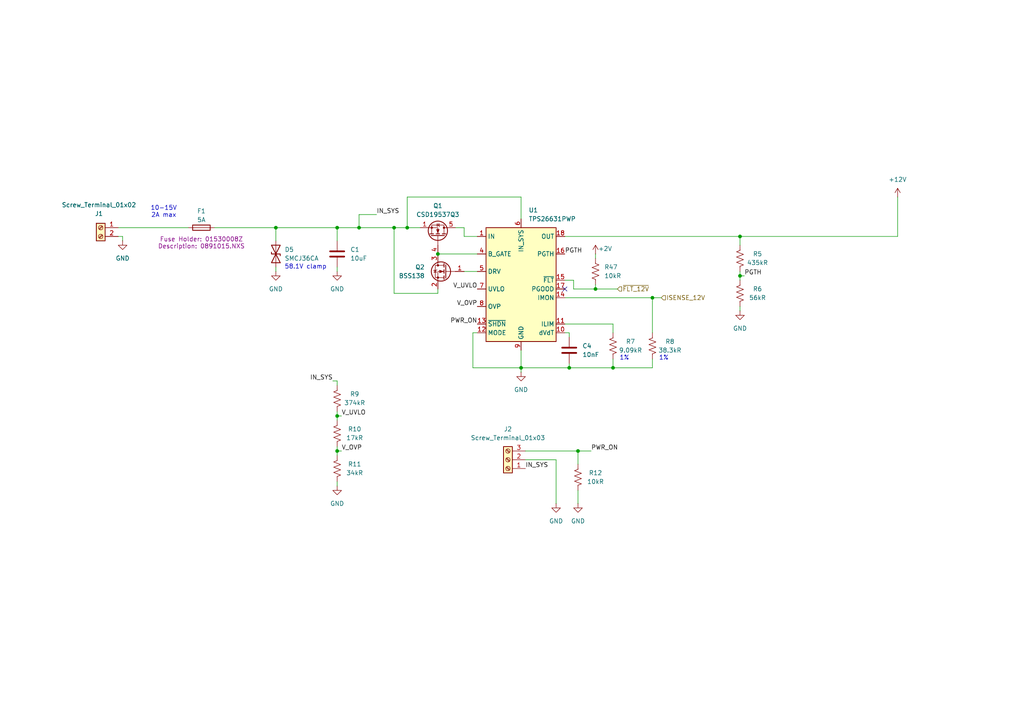
<source format=kicad_sch>
(kicad_sch (version 20231120) (generator "eeschema") (generator_version "8.0")
  (paper "A4")
  (lib_symbols
    (symbol "Connector:Screw_Terminal_01x02" (pin_names (offset 1.016) hide)
      (property "Reference" "J" (at 0 2.54 0))
      (property "Value" "Screw_Terminal_01x02" (at 0 -5.08 0))
      (symbol "Screw_Terminal_01x02_1_1"
        (rectangle (start -1.27 1.27) (end 1.27 -3.81) (stroke (width 0.254)) (fill (type background)))
        (circle (center 0 -2.54) (radius 0.635) (stroke (width 0.1524)))
        (polyline (pts (xy -0.5334 -2.2098) (xy 0.3302 -3.048)) (stroke (width 0.1524)))
        (polyline (pts (xy -0.5334 0.3302) (xy 0.3302 -0.508)) (stroke (width 0.1524)))
        (polyline (pts (xy -0.3556 -2.032) (xy 0.508 -2.8702)) (stroke (width 0.1524)))
        (polyline (pts (xy -0.3556 0.508) (xy 0.508 -0.3302)) (stroke (width 0.1524)))
        (circle (center 0 0) (radius 0.635) (stroke (width 0.1524)))
        (pin passive line (at -5.08 0 0) (length 3.81) (name "Pin_1") (number "1"))
        (pin passive line (at -5.08 -2.54 0) (length 3.81) (name "Pin_2") (number "2"))
      )
    )
    (symbol "Connector:Screw_Terminal_01x03" (pin_names (offset 1.016) hide)
      (property "Reference" "J" (at 0 5.08 0))
      (property "Value" "Screw_Terminal_01x03" (at 0 -5.08 0))
      (symbol "Screw_Terminal_01x03_1_1"
        (rectangle (start -1.27 3.81) (end 1.27 -3.81) (stroke (width 0.254)) (fill (type background)))
        (circle (center 0 -2.54) (radius 0.635) (stroke (width 0.1524)))
        (polyline (pts (xy -0.5334 -2.2098) (xy 0.3302 -3.048)) (stroke (width 0.1524)))
        (polyline (pts (xy -0.5334 0.3302) (xy 0.3302 -0.508)) (stroke (width 0.1524)))
        (polyline (pts (xy -0.5334 2.8702) (xy 0.3302 2.032)) (stroke (width 0.1524)))
        (polyline (pts (xy -0.3556 -2.032) (xy 0.508 -2.8702)) (stroke (width 0.1524)))
        (polyline (pts (xy -0.3556 0.508) (xy 0.508 -0.3302)) (stroke (width 0.1524)))
        (polyline (pts (xy -0.3556 3.048) (xy 0.508 2.2098)) (stroke (width 0.1524)))
        (circle (center 0 0) (radius 0.635) (stroke (width 0.1524)))
        (circle (center 0 2.54) (radius 0.635) (stroke (width 0.1524)))
        (pin passive line (at -5.08 2.54 0) (length 3.81) (name "Pin_1") (number "1"))
        (pin passive line (at -5.08 0 0) (length 3.81) (name "Pin_2") (number "2"))
        (pin passive line (at -5.08 -2.54 0) (length 3.81) (name "Pin_3") (number "3"))
      )
    )
    (symbol "Device:C" (pin_numbers hide) (pin_names (offset 0.254))
      (property "Reference" "C" (at 0.635 2.54 0))
      (property "Value" "C" (at 0.635 -2.54 0))
      (symbol "C_0_1"
        (polyline (pts (xy -2.032 -0.762) (xy 2.032 -0.762)) (stroke (width 0.508)))
        (polyline (pts (xy -2.032 0.762) (xy 2.032 0.762)) (stroke (width 0.508)))
      )
      (symbol "C_1_1"
        (pin passive line (at 0 3.81 270) (length 2.794) (name "~") (number "1"))
        (pin passive line (at 0 -3.81 90) (length 2.794) (name "~") (number "2"))
      )
    )
    (symbol "Device:Fuse" (pin_numbers hide) (pin_names (offset 0))
      (property "Reference" "F" (at 2.032 0 90))
      (property "Value" "Fuse" (at -1.905 0 90))
      (symbol "Fuse_0_1"
        (rectangle (start -0.762 -2.54) (end 0.762 2.54) (stroke (width 0.254)))
        (polyline (pts (xy 0 2.54) (xy 0 -2.54)))
      )
      (symbol "Fuse_1_1"
        (pin passive line (at 0 3.81 270) (length 1.27) (name "~") (number "1"))
        (pin passive line (at 0 -3.81 90) (length 1.27) (name "~") (number "2"))
      )
    )
    (symbol "Device:R_US" (pin_numbers hide) (pin_names (offset 0))
      (property "Reference" "R" (at 2.54 0 90))
      (property "Value" "R_US" (at -2.54 0 90))
      (symbol "R_US_0_1"
        (polyline (pts (xy 0 -2.286) (xy 0 -2.54)))
        (polyline (pts (xy 0 2.286) (xy 0 2.54)))
        (polyline (pts (xy 0 -0.762) (xy 1.016 -1.143) (xy 0 -1.524) (xy -1.016 -1.905) (xy 0 -2.286)))
        (polyline (pts (xy 0 0.762) (xy 1.016 0.381) (xy 0 0) (xy -1.016 -0.381) (xy 0 -0.762)))
        (polyline (pts (xy 0 2.286) (xy 1.016 1.905) (xy 0 1.524) (xy -1.016 1.143) (xy 0 0.762)))
      )
      (symbol "R_US_1_1"
        (pin passive line (at 0 3.81 270) (length 1.27) (name "~") (number "1"))
        (pin passive line (at 0 -3.81 90) (length 1.27) (name "~") (number "2"))
      )
    )
    (symbol "Diode:1.5SMCxxCA" (pin_numbers hide) (pin_names (offset 1.016) hide)
      (property "Reference" "D" (at 0 2.54 0))
      (property "Value" "1.5SMCxxCA" (at 0 -2.54 0))
      (symbol "1.5SMCxxCA_0_1"
        (polyline (pts (xy 1.27 0) (xy -1.27 0)))
        (polyline (pts (xy -2.54 -1.27) (xy 0 0) (xy -2.54 1.27) (xy -2.54 -1.27)) (stroke (width 0.254)))
        (polyline (pts (xy 0.508 1.27) (xy 0 1.27) (xy 0 -1.27) (xy -0.508 -1.27)) (stroke (width 0.254)))
        (polyline (pts (xy 2.54 1.27) (xy 2.54 -1.27) (xy 0 0) (xy 2.54 1.27)) (stroke (width 0.254)))
      )
      (symbol "1.5SMCxxCA_1_1"
        (pin passive line (at -3.81 0 0) (length 2.54) (name "A1") (number "1"))
        (pin passive line (at 3.81 0 180) (length 2.54) (name "A2") (number "2"))
      )
    )
    (symbol "Power_Management:TPS26631PWP"
      (property "Reference" "U" (at -8.89 16.51 0))
      (property "Value" "TPS26631PWP" (at 7.62 16.51 0))
      (symbol "TPS26631PWP_0_1"
        (rectangle (start -10.16 15.24) (end 10.16 -17.78) (stroke (width 0.254)) (fill (type background)))
      )
      (symbol "TPS26631PWP_1_1"
        (pin power_in line (at -12.7 12.7 0) (length 2.54) (name "IN") (number "1"))
        (pin passive line (at 12.7 -15.24 180) (length 2.54) (name "dVdT") (number "10"))
        (pin passive line (at 12.7 -12.7 180) (length 2.54) (name "ILIM") (number "11"))
        (pin input line (at -12.7 -15.24 0) (length 2.54) (name "MODE") (number "12"))
        (pin input line (at -12.7 -12.7 0) (length 2.54) (name "~{SHDN}") (number "13"))
        (pin output line (at 12.7 -5.08 180) (length 2.54) (name "IMON") (number "14"))
        (pin open_collector line (at 12.7 0 180) (length 2.54) (name "~{FLT}") (number "15"))
        (pin input line (at 12.7 7.62 180) (length 2.54) (name "PGTH") (number "16"))
        (pin output line (at 12.7 -2.54 180) (length 2.54) (name "PGOOD") (number "17"))
        (pin power_out line (at 12.7 12.7 180) (length 2.54) (name "OUT") (number "18"))
        (pin passive line (at 12.7 12.7 180) (length 2.54) hide (name "OUT") (number "19"))
        (pin passive line (at -12.7 12.7 0) (length 2.54) hide (name "IN") (number "2"))
        (pin passive line (at 12.7 12.7 180) (length 2.54) hide (name "OUT") (number "20"))
        (pin passive line (at 0 -20.32 90) (length 2.54) hide (name "GND") (number "21"))
        (pin passive line (at -12.7 12.7 0) (length 2.54) hide (name "IN") (number "3"))
        (pin output line (at -12.7 7.62 0) (length 2.54) (name "B_GATE") (number "4"))
        (pin output line (at -12.7 2.54 0) (length 2.54) (name "DRV") (number "5"))
        (pin power_in line (at 0 17.78 270) (length 2.54) (name "IN_SYS") (number "6"))
        (pin input line (at -12.7 -2.54 0) (length 2.54) (name "UVLO") (number "7"))
        (pin input line (at -12.7 -7.62 0) (length 2.54) (name "OVP") (number "8"))
        (pin power_in line (at 0 -20.32 90) (length 2.54) (name "GND") (number "9"))
      )
    )
    (symbol "Transistor_FET:BSS138" (pin_names hide)
      (property "Reference" "Q" (at 5.08 1.905 0))
      (property "Value" "BSS138" (at 5.08 0 0))
      (symbol "BSS138_0_1"
        (polyline (pts (xy 0.254 0) (xy -2.54 0)))
        (polyline (pts (xy 0.254 1.905) (xy 0.254 -1.905)) (stroke (width 0.254)))
        (polyline (pts (xy 0.762 -1.27) (xy 0.762 -2.286)) (stroke (width 0.254)))
        (polyline (pts (xy 0.762 0.508) (xy 0.762 -0.508)) (stroke (width 0.254)))
        (polyline (pts (xy 0.762 2.286) (xy 0.762 1.27)) (stroke (width 0.254)))
        (polyline (pts (xy 2.54 2.54) (xy 2.54 1.778)))
        (polyline (pts (xy 2.54 -2.54) (xy 2.54 0) (xy 0.762 0)))
        (polyline (pts (xy 0.762 -1.778) (xy 3.302 -1.778) (xy 3.302 1.778) (xy 0.762 1.778)))
        (polyline (pts (xy 1.016 0) (xy 2.032 0.381) (xy 2.032 -0.381) (xy 1.016 0)) (fill (type outline)))
        (polyline (pts (xy 2.794 0.508) (xy 2.921 0.381) (xy 3.683 0.381) (xy 3.81 0.254)))
        (polyline (pts (xy 3.302 0.381) (xy 2.921 -0.254) (xy 3.683 -0.254) (xy 3.302 0.381)))
        (circle (center 1.651 0) (radius 2.794) (stroke (width 0.254)))
        (circle (center 2.54 -1.778) (radius 0.254) (fill (type outline)))
        (circle (center 2.54 1.778) (radius 0.254) (fill (type outline)))
      )
      (symbol "BSS138_1_1"
        (pin input line (at -5.08 0 0) (length 2.54) (name "G") (number "1"))
        (pin passive line (at 2.54 -5.08 90) (length 2.54) (name "S") (number "2"))
        (pin passive line (at 2.54 5.08 270) (length 2.54) (name "D") (number "3"))
      )
    )
    (symbol "Transistor_FET:CSD19537Q3" (pin_names hide)
      (property "Reference" "Q" (at 5.08 1.905 0))
      (property "Value" "CSD19537Q3" (at 5.08 0 0))
      (symbol "CSD19537Q3_0_1"
        (polyline (pts (xy 0.254 0) (xy -2.54 0)))
        (polyline (pts (xy 0.254 1.905) (xy 0.254 -1.905)) (stroke (width 0.254)))
        (polyline (pts (xy 0.762 -1.27) (xy 0.762 -2.286)) (stroke (width 0.254)))
        (polyline (pts (xy 0.762 0.508) (xy 0.762 -0.508)) (stroke (width 0.254)))
        (polyline (pts (xy 0.762 2.286) (xy 0.762 1.27)) (stroke (width 0.254)))
        (polyline (pts (xy 2.54 2.54) (xy 2.54 1.778)))
        (polyline (pts (xy 2.54 -2.54) (xy 2.54 0) (xy 0.762 0)))
        (polyline (pts (xy 0.762 -1.778) (xy 3.302 -1.778) (xy 3.302 1.778) (xy 0.762 1.778)))
        (polyline (pts (xy 1.016 0) (xy 2.032 0.381) (xy 2.032 -0.381) (xy 1.016 0)) (fill (type outline)))
        (polyline (pts (xy 2.794 0.508) (xy 2.921 0.381) (xy 3.683 0.381) (xy 3.81 0.254)))
        (polyline (pts (xy 3.302 0.381) (xy 2.921 -0.254) (xy 3.683 -0.254) (xy 3.302 0.381)))
        (circle (center 1.651 0) (radius 2.794) (stroke (width 0.254)))
        (circle (center 2.54 -1.778) (radius 0.254) (fill (type outline)))
        (circle (center 2.54 1.778) (radius 0.254) (fill (type outline)))
      )
      (symbol "CSD19537Q3_1_1"
        (pin passive line (at 2.54 -5.08 90) (length 2.54) (name "S") (number "1"))
        (pin passive line (at 2.54 -5.08 90) (length 2.54) hide (name "S") (number "2"))
        (pin passive line (at 2.54 -5.08 90) (length 2.54) hide (name "S") (number "3"))
        (pin passive line (at -5.08 0 0) (length 2.54) (name "G") (number "4"))
        (pin passive line (at 2.54 5.08 270) (length 2.54) (name "D") (number "5"))
      )
    )
    (symbol "input_board:+2V" (power) (pin_numbers hide) (pin_names (offset 0) hide)
      (property "Value" "+2V" (at 0 3.556 0))
      (symbol "+2V_0_1"
        (polyline (pts (xy -0.762 1.27) (xy 0 2.54)))
        (polyline (pts (xy 0 0) (xy 0 2.54)))
        (polyline (pts (xy 0 2.54) (xy 0.762 1.27)))
      )
      (symbol "+2V_1_1"
        (pin power_in line (at 0 0 90) (length 0) (name "~") (number "1"))
      )
    )
    (symbol "power:+12V" (power) (pin_numbers hide) (pin_names (offset 0) hide)
      (property "Value" "+12V" (at 0 3.556 0))
      (symbol "+12V_0_1"
        (polyline (pts (xy -0.762 1.27) (xy 0 2.54)))
        (polyline (pts (xy 0 0) (xy 0 2.54)))
        (polyline (pts (xy 0 2.54) (xy 0.762 1.27)))
      )
      (symbol "+12V_1_1"
        (pin power_in line (at 0 0 90) (length 0) (name "~") (number "1"))
      )
    )
    (symbol "power:GND" (power) (pin_numbers hide) (pin_names (offset 0) hide)
      (property "Value" "GND" (at 0 -3.81 0))
      (symbol "GND_0_1"
        (polyline (pts (xy 0 0) (xy 0 -1.27) (xy 1.27 -1.27) (xy 0 -2.54) (xy -1.27 -1.27) (xy 0 -1.27)))
      )
      (symbol "GND_1_1"
        (pin power_in line (at 0 0 270) (length 0) (name "~") (number "1"))
      )
    )
  )
  (junction (at 97.79 120.65))
  (junction (at 214.63 68.58))
  (junction (at 214.63 80.01))
  (junction (at 172.72 83.82))
  (junction (at 127 73.66))
  (junction (at 167.64 130.81))
  (junction (at 177.8 106.68))
  (junction (at 97.79 66.04))
  (junction (at 114.3 66.04))
  (junction (at 189.23 86.36))
  (junction (at 80.01 66.04))
  (junction (at 97.79 130.81))
  (junction (at 151.13 106.68))
  (junction (at 104.14 66.04))
  (junction (at 165.1 106.68))
  (junction (at 118.11 66.04))
  (no_connect (at 163.83 83.82))
  (wire (pts (xy 97.79 120.65) (xy 99.06 120.65)))
  (wire (pts (xy 80.01 66.04) (xy 80.01 69.85)))
  (wire (pts (xy 163.83 68.58) (xy 214.63 68.58)))
  (wire (pts (xy 118.11 66.04) (xy 121.92 66.04)))
  (wire (pts (xy 163.83 86.36) (xy 189.23 86.36)))
  (wire (pts (xy 177.8 93.98) (xy 177.8 96.52)))
  (wire (pts (xy 189.23 104.14) (xy 189.23 106.68)))
  (wire (pts (xy 132.08 66.04) (xy 134.62 66.04)))
  (wire (pts (xy 189.23 86.36) (xy 191.77 86.36)))
  (wire (pts (xy 114.3 85.09) (xy 114.3 66.04)))
  (wire (pts (xy 189.23 86.36) (xy 189.23 96.52)))
  (wire (pts (xy 97.79 129.54) (xy 97.79 130.81)))
  (wire (pts (xy 167.64 142.24) (xy 167.64 146.05)))
  (wire (pts (xy 118.11 57.15) (xy 118.11 66.04)))
  (wire (pts (xy 151.13 63.5) (xy 151.13 57.15)))
  (wire (pts (xy 97.79 66.04) (xy 104.14 66.04)))
  (wire (pts (xy 97.79 77.47) (xy 97.79 78.74)))
  (wire (pts (xy 151.13 101.6) (xy 151.13 106.68)))
  (wire (pts (xy 166.37 83.82) (xy 166.37 81.28)))
  (wire (pts (xy 152.4 133.35) (xy 161.29 133.35)))
  (wire (pts (xy 114.3 66.04) (xy 118.11 66.04)))
  (wire (pts (xy 80.01 77.47) (xy 80.01 78.74)))
  (wire (pts (xy 34.29 66.04) (xy 54.61 66.04)))
  (wire (pts (xy 137.16 106.68) (xy 151.13 106.68)))
  (wire (pts (xy 97.79 130.81) (xy 97.79 132.08)))
  (wire (pts (xy 152.4 130.81) (xy 167.64 130.81)))
  (wire (pts (xy 137.16 96.52) (xy 137.16 106.68)))
  (wire (pts (xy 34.29 68.58) (xy 35.56 68.58)))
  (wire (pts (xy 109.22 62.23) (xy 104.14 62.23)))
  (wire (pts (xy 172.72 82.55) (xy 172.72 83.82)))
  (wire (pts (xy 172.72 83.82) (xy 166.37 83.82)))
  (wire (pts (xy 134.62 68.58) (xy 138.43 68.58)))
  (wire (pts (xy 151.13 106.68) (xy 165.1 106.68)))
  (wire (pts (xy 127 85.09) (xy 127 83.82)))
  (wire (pts (xy 35.56 68.58) (xy 35.56 69.85)))
  (wire (pts (xy 127 73.66) (xy 138.43 73.66)))
  (wire (pts (xy 172.72 74.93) (xy 172.72 73.66)))
  (wire (pts (xy 167.64 130.81) (xy 171.45 130.81)))
  (wire (pts (xy 134.62 78.74) (xy 138.43 78.74)))
  (wire (pts (xy 97.79 130.81) (xy 99.06 130.81)))
  (wire (pts (xy 214.63 78.74) (xy 214.63 80.01)))
  (wire (pts (xy 114.3 85.09) (xy 127 85.09)))
  (wire (pts (xy 165.1 96.52) (xy 165.1 97.79)))
  (wire (pts (xy 104.14 62.23) (xy 104.14 66.04)))
  (wire (pts (xy 214.63 80.01) (xy 214.63 81.28)))
  (wire (pts (xy 214.63 68.58) (xy 214.63 71.12)))
  (wire (pts (xy 137.16 96.52) (xy 138.43 96.52)))
  (wire (pts (xy 165.1 105.41) (xy 165.1 106.68)))
  (wire (pts (xy 260.35 68.58) (xy 260.35 57.15)))
  (wire (pts (xy 104.14 66.04) (xy 114.3 66.04)))
  (wire (pts (xy 167.64 130.81) (xy 167.64 134.62)))
  (wire (pts (xy 97.79 111.76) (xy 97.79 110.49)))
  (wire (pts (xy 214.63 68.58) (xy 260.35 68.58)))
  (wire (pts (xy 134.62 66.04) (xy 134.62 68.58)))
  (wire (pts (xy 166.37 81.28) (xy 163.83 81.28)))
  (wire (pts (xy 151.13 106.68) (xy 151.13 107.95)))
  (wire (pts (xy 165.1 106.68) (xy 177.8 106.68)))
  (wire (pts (xy 177.8 104.14) (xy 177.8 106.68)))
  (wire (pts (xy 97.79 120.65) (xy 97.79 121.92)))
  (wire (pts (xy 97.79 119.38) (xy 97.79 120.65)))
  (wire (pts (xy 97.79 69.85) (xy 97.79 66.04)))
  (wire (pts (xy 97.79 139.7) (xy 97.79 140.97)))
  (wire (pts (xy 163.83 93.98) (xy 177.8 93.98)))
  (wire (pts (xy 189.23 106.68) (xy 177.8 106.68)))
  (wire (pts (xy 151.13 57.15) (xy 118.11 57.15)))
  (wire (pts (xy 172.72 83.82) (xy 179.07 83.82)))
  (wire (pts (xy 62.23 66.04) (xy 80.01 66.04)))
  (wire (pts (xy 163.83 96.52) (xy 165.1 96.52)))
  (wire (pts (xy 214.63 80.01) (xy 215.9 80.01)))
  (wire (pts (xy 80.01 66.04) (xy 97.79 66.04)))
  (wire (pts (xy 97.79 110.49) (xy 96.52 110.49)))
  (wire (pts (xy 161.29 133.35) (xy 161.29 146.05)))
  (wire (pts (xy 214.63 88.9) (xy 214.63 90.17)))
  (text "1%" (at 192.532 103.886 0) (effects (font (size 1.27 1.27))))
  (text "1%" (at 181.102 103.886 0) (effects (font (size 1.27 1.27))))
  (text "10-15V\n2A max" (at 47.498 61.468 0) (effects (font (size 1.27 1.27))))
  (text "58.1V clamp" (at 88.646 77.47 0) (effects (font (size 1.27 1.27))))
  (label "V_OVP" (at 99.06 130.81 0))
  (label "IN_SYS" (at 152.4 135.89 0))
  (label "PWR_ON" (at 171.45 130.81 0))
  (label "PGTH" (at 163.83 73.66 0))
  (label "IN_SYS" (at 96.52 110.49 180))
  (label "PWR_ON" (at 138.43 93.98 180))
  (label "V_OVP" (at 138.43 88.9 180))
  (label "V_UVLO" (at 138.43 83.82 180))
  (label "V_UVLO" (at 99.06 120.65 0))
  (label "IN_SYS" (at 109.22 62.23 0))
  (label "PGTH" (at 215.9 80.01 0))
  (hierarchical_label "~{FLT_12V}" (shape input) (at 179.07 83.82 0))
  (hierarchical_label "ISENSE_12V" (shape input) (at 191.77 86.36 0))
  (symbol (lib_id "Device:R_US") (at 177.8 100.33 0) (mirror y) (unit 1)
    (property "Reference" "R7" (at 182.88 99.06 0))
    (property "Value" "9.09kR" (at 182.88 101.6 0))
    (property "Footprint" "Resistor_SMD:R_0805_2012Metric_Pad1.20x1.40mm_HandSolder" (effects (hide yes)))
    (property "Description" "Resistor, US symbol" (effects (hide yes)))
  )
  (symbol (lib_id "Device:C") (at 97.79 73.66 0) (unit 1)
    (property "Reference" "C1" (at 101.6 72.3899 0) (effects (justify left)))
    (property "Value" "10uF" (at 101.6 74.9299 0) (effects (justify left)))
    (property "Footprint" "Capacitor_SMD:C_0805_2012Metric_Pad1.18x1.45mm_HandSolder" (effects (hide yes)))
    (property "Description" "Unpolarized capacitor" (effects (hide yes)))
  )
  (symbol (lib_id "Device:R_US") (at 97.79 135.89 0) (mirror y) (unit 1)
    (property "Reference" "R11" (at 102.87 134.62 0))
    (property "Value" "34kR" (at 102.87 137.16 0))
    (property "Footprint" "Resistor_SMD:R_0805_2012Metric_Pad1.20x1.40mm_HandSolder" (effects (hide yes)))
    (property "Description" "Resistor, US symbol" (effects (hide yes)))
  )
  (symbol (lib_id "Device:R_US") (at 172.72 78.74 0) (unit 1)
    (property "Reference" "R47" (at 175.26 77.4699 0) (effects (justify left)))
    (property "Value" "10kR" (at 175.26 80.0099 0) (effects (justify left)))
    (property "Footprint" "Resistor_SMD:R_0805_2012Metric_Pad1.20x1.40mm_HandSolder" (effects (hide yes)))
    (property "Description" "Resistor, US symbol" (effects (hide yes)))
  )
  (symbol (lib_id "power:GND") (at 80.01 78.74 0) (unit 1)
    (property "Reference" "#PWR013" (effects (hide yes)))
    (property "Value" "GND" (at 80.01 83.82 0))
    (property "Description" "Power symbol creates a global label with name \"GND\" , ground" (effects (hide yes)))
  )
  (symbol (lib_id "Connector:Screw_Terminal_01x02") (at 29.21 66.04 0) (mirror y) (unit 1)
    (property "Reference" "J1" (at 28.702 61.976 0))
    (property "Value" "Screw_Terminal_01x02" (at 28.702 59.436 0))
    (property "Footprint" "TerminalBlock_Phoenix:TerminalBlock_Phoenix_MKDS-1,5-2-5.08_1x02_P5.08mm_Horizontal" (effects (hide yes)))
    (property "Description" "Generic screw terminal, single row, 01x02, script generated (kicad-library-utils/schlib/autogen/connector/)" (effects (hide yes)))
  )
  (symbol (lib_id "Transistor_FET:CSD19537Q3") (at 127 68.58 270) (mirror x) (unit 1)
    (property "Reference" "Q1" (at 127 59.69 90))
    (property "Value" "CSD19537Q3" (at 127 62.23 90))
    (property "Footprint" "Package_SON:VSON-8_3.3x3.3mm_P0.65mm_NexFET" (effects (hide yes)))
    (property "Datasheet" "http://www.ti.com/lit/ds/symlink/csd19537q3.pdf" (effects (hide yes)))
    (property "Description" "50A Id, 100V Vds, NexFET N-Channel Power MOSFET, 13mOhm Ron, Qg Typ 16.0nC, VSON8 3.3x3.3mm" (effects (hide yes)))
  )
  (symbol (lib_id "Device:R_US") (at 214.63 85.09 0) (mirror y) (unit 1)
    (property "Reference" "R6" (at 219.71 83.82 0))
    (property "Value" "56kR" (at 219.71 86.36 0))
    (property "Footprint" "Resistor_SMD:R_0805_2012Metric_Pad1.20x1.40mm_HandSolder" (effects (hide yes)))
    (property "Description" "Resistor, US symbol" (effects (hide yes)))
  )
  (symbol (lib_id "Transistor_FET:BSS138") (at 129.54 78.74 0) (mirror y) (unit 1)
    (property "Reference" "Q2" (at 123.19 77.4699 0) (effects (justify left)))
    (property "Value" "BSS138" (at 123.19 80.0099 0) (effects (justify left)))
    (property "Footprint" "Package_TO_SOT_SMD:SOT-23" (effects (hide yes)))
    (property "Datasheet" "https://www.onsemi.com/pub/Collateral/BSS138-D.PDF" (effects (hide yes)))
    (property "Description" "50V Vds, 0.22A Id, N-Channel MOSFET, SOT-23" (effects (hide yes)))
  )
  (symbol (lib_id "Power_Management:TPS26631PWP") (at 151.13 81.28 0) (unit 1)
    (property "Reference" "U1" (at 153.3241 60.96 0) (effects (justify left)))
    (property "Value" "TPS26631PWP" (at 153.3241 63.5 0) (effects (justify left)))
    (property "Footprint" "Package_SO:HTSSOP-20-1EP_4.4x6.5mm_P0.65mm_EP3.4x6.5mm_Mask2.96x2.96mm_ThermalVias" (effects (hide yes)))
    (property "Datasheet" "https://www.ti.com/lit/ds/symlink/tps2663.pdf" (effects (hide yes)))
    (property "Description" "60V, 6A Power Limiting, Surge Protection Industrial eFuse, Adjustable Overvoltage cut-off, Active Current Limiting with Pulse current support, HTTSOP-20" (effects (hide yes)))
  )
  (symbol (lib_id "power:GND") (at 161.29 146.05 0) (mirror y) (unit 1)
    (property "Reference" "#PWR019" (effects (hide yes)))
    (property "Value" "GND" (at 161.29 151.13 0))
    (property "Description" "Power symbol creates a global label with name \"GND\" , ground" (effects (hide yes)))
  )
  (symbol (lib_id "Device:R_US") (at 97.79 115.57 0) (mirror y) (unit 1)
    (property "Reference" "R9" (at 102.87 114.3 0))
    (property "Value" "374kR" (at 102.87 116.84 0))
    (property "Footprint" "Resistor_SMD:R_0805_2012Metric_Pad1.20x1.40mm_HandSolder" (effects (hide yes)))
    (property "Description" "Resistor, US symbol" (effects (hide yes)))
  )
  (symbol (lib_id "power:GND") (at 97.79 140.97 0) (unit 1)
    (property "Reference" "#PWR018" (effects (hide yes)))
    (property "Value" "GND" (at 97.79 146.05 0))
    (property "Description" "Power symbol creates a global label with name \"GND\" , ground" (effects (hide yes)))
  )
  (symbol (lib_id "Device:R_US") (at 214.63 74.93 0) (mirror y) (unit 1)
    (property "Reference" "R5" (at 219.71 73.66 0))
    (property "Value" "435kR" (at 219.71 76.2 0))
    (property "Footprint" "Resistor_SMD:R_0805_2012Metric_Pad1.20x1.40mm_HandSolder" (effects (hide yes)))
    (property "Description" "Resistor, US symbol" (effects (hide yes)))
  )
  (symbol (lib_id "power:GND") (at 151.13 107.95 0) (unit 1)
    (property "Reference" "#PWR017" (effects (hide yes)))
    (property "Value" "GND" (at 151.13 113.03 0))
    (property "Description" "Power symbol creates a global label with name \"GND\" , ground" (effects (hide yes)))
  )
  (symbol (lib_id "Device:C") (at 165.1 101.6 0) (unit 1)
    (property "Reference" "C4" (at 168.91 100.3299 0) (effects (justify left)))
    (property "Value" "10nF" (at 168.91 102.8699 0) (effects (justify left)))
    (property "Footprint" "Capacitor_SMD:C_0805_2012Metric_Pad1.18x1.45mm_HandSolder" (effects (hide yes)))
    (property "Description" "Unpolarized capacitor" (effects (hide yes)))
  )
  (symbol (lib_id "Diode:1.5SMCxxCA") (at 80.01 73.66 90) (unit 1)
    (property "Reference" "D5" (at 82.55 72.3899 90) (effects (justify right)))
    (property "Value" "SMCJ36CA" (at 82.55 74.9299 90) (effects (justify right)))
    (property "Footprint" "Diode_SMD:D_SMC_Handsoldering" (effects (hide yes)))
    (property "Datasheet" "https://www.vishay.com/docs/88303/15smc.pdf" (effects (hide yes)))
    (property "Description" "1500W bidirectional TVS diode, SMC (DO-201AB)" (effects (hide yes)))
  )
  (symbol (lib_id "power:+12V") (at 260.35 57.15 0) (unit 1)
    (property "Reference" "#PWR010" (effects (hide yes)))
    (property "Value" "+12V" (at 260.35 52.07 0))
    (property "Description" "Power symbol creates a global label with name \"+12V\"" (effects (hide yes)))
  )
  (symbol (lib_id "power:GND") (at 97.79 78.74 0) (unit 1)
    (property "Reference" "#PWR012" (effects (hide yes)))
    (property "Value" "GND" (at 97.79 83.82 0))
    (property "Description" "Power symbol creates a global label with name \"GND\" , ground" (effects (hide yes)))
  )
  (symbol (lib_id "power:GND") (at 214.63 90.17 0) (unit 1)
    (property "Reference" "#PWR016" (effects (hide yes)))
    (property "Value" "GND" (at 214.63 95.25 0))
    (property "Description" "Power symbol creates a global label with name \"GND\" , ground" (effects (hide yes)))
  )
  (symbol (lib_id "Device:R_US") (at 97.79 125.73 0) (mirror y) (unit 1)
    (property "Reference" "R10" (at 102.87 124.46 0))
    (property "Value" "17kR" (at 102.87 127 0))
    (property "Footprint" "Resistor_SMD:R_0805_2012Metric_Pad1.20x1.40mm_HandSolder" (effects (hide yes)))
    (property "Description" "Resistor, US symbol" (effects (hide yes)))
  )
  (symbol (lib_id "Device:R_US") (at 167.64 138.43 0) (mirror y) (unit 1)
    (property "Reference" "R12" (at 172.72 137.16 0))
    (property "Value" "10kR" (at 172.72 139.7 0))
    (property "Footprint" "Resistor_SMD:R_0805_2012Metric_Pad1.20x1.40mm_HandSolder" (effects (hide yes)))
    (property "Description" "Resistor, US symbol" (effects (hide yes)))
  )
  (symbol (lib_id "power:GND") (at 35.56 69.85 0) (unit 1)
    (property "Reference" "#PWR011" (effects (hide yes)))
    (property "Value" "GND" (at 35.56 74.93 0))
    (property "Description" "Power symbol creates a global label with name \"GND\" , ground" (effects (hide yes)))
  )
  (symbol (lib_id "input_board:+2V") (at 172.72 73.66 0) (unit 1)
    (property "Reference" "#PWR0147" (effects (hide yes)))
    (property "Value" "+2V" (at 175.514 72.136 0))
    (property "Description" "Power symbol creates a global label with name \"+2V\"" (effects (hide yes)))
  )
  (symbol (lib_id "power:GND") (at 167.64 146.05 0) (unit 1)
    (property "Reference" "#PWR020" (effects (hide yes)))
    (property "Value" "GND" (at 167.64 151.13 0))
    (property "Description" "Power symbol creates a global label with name \"GND\" , ground" (effects (hide yes)))
  )
  (symbol (lib_id "Connector:Screw_Terminal_01x03") (at 147.32 133.35 180) (unit 1)
    (property "Reference" "J2" (at 147.32 124.46 0))
    (property "Value" "Screw_Terminal_01x03" (at 147.32 127 0))
    (property "Footprint" "Connector_PinHeader_2.54mm:PinHeader_1x03_P2.54mm_Vertical" (effects (hide yes)))
    (property "Description" "Generic screw terminal, single row, 01x03, script generated (kicad-library-utils/schlib/autogen/connector/)" (effects (hide yes)))
  )
  (symbol (lib_id "Device:Fuse") (at 58.42 66.04 90) (unit 1) (exclude_from_sim yes)
    (property "Reference" "F1" (at 58.42 61.214 90))
    (property "Value" "5A" (at 58.42 63.754 90))
    (property "Footprint" "input_board:01530009Z" (effects (hide yes)))
    (property "Datasheet" "https://www.littelfuse.com/assetdocs/littelfuse-datasheet-891-lp-mini?assetguid=748f2a1b-6fd1-43cb-b900-7178f45585a0" (effects (hide yes)))
    (property "Description" "0891015.NXS" (at 58.42 71.374 90) (show_name yes))
    (property "Fuse Holder" "01530008Z" (at 58.42 69.342 90) (show_name yes))
  )
  (symbol (lib_id "Device:R_US") (at 189.23 100.33 0) (mirror y) (unit 1)
    (property "Reference" "R8" (at 194.31 99.06 0))
    (property "Value" "38.3kR" (at 194.31 101.6 0))
    (property "Footprint" "Resistor_SMD:R_0805_2012Metric_Pad1.20x1.40mm_HandSolder" (effects (hide yes)))
    (property "Description" "Resistor, US symbol" (effects (hide yes)))
  )
)
</source>
